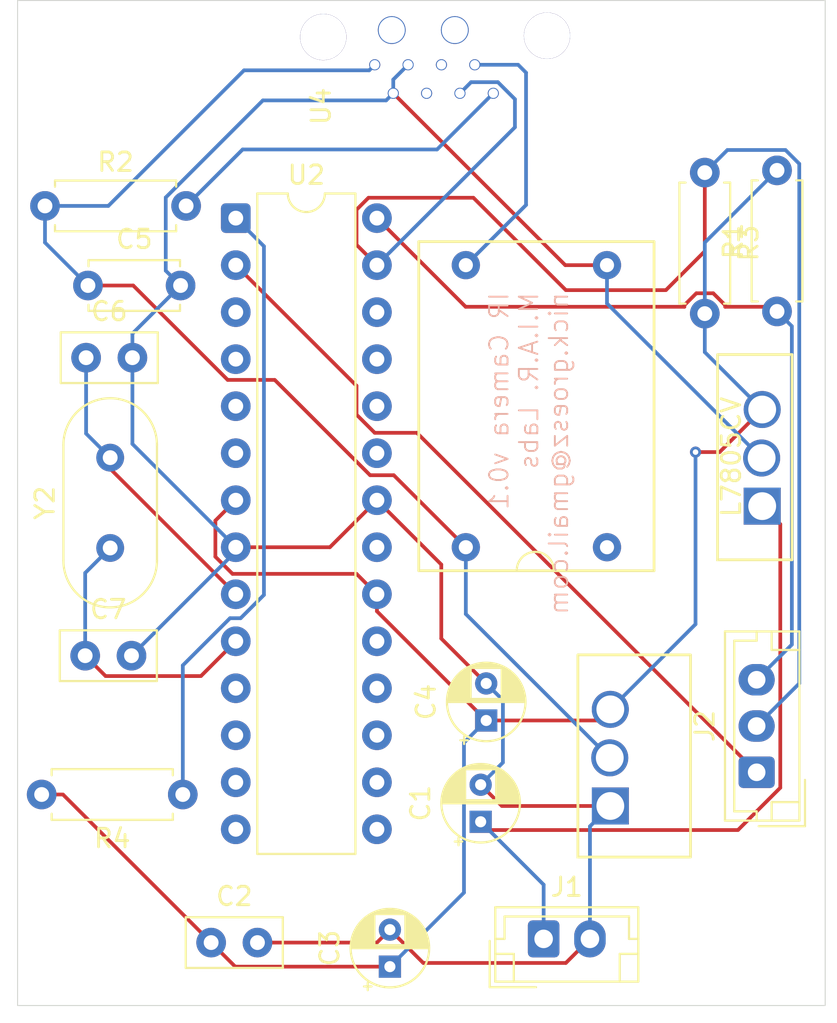
<source format=kicad_pcb>
(kicad_pcb (version 20241229) (generator "pcbnew") (generator_version "9.0")
  (layers (0 "F.Cu" signal) (2 "B.Cu" signal) (13 "F.Paste" user) (15 "B.Paste" user) (5 "F.SilkS" user "F.Silkscreen") (7 "B.SilkS" user "B.Silkscreen") (1 "F.Mask" user) (3 "B.Mask" user) (25 "Edge.Cuts" user))
  (net 0 "")
  (net 1 "9V")
  (net 2 "GND")
  (net 3 "4.5V")
  (net 4 "3.3V")
  (net 5 "Net-(U2-(PCINT6{slash}XTAL1{slash}TOSC1)PB6)")
  (net 6 "Net-(U2-(PCINT7{slash}XTAL2{slash}TOSC2)PB7)")
  (net 7 "SDA")
  (net 8 "SCL")
  (net 9 "Net-(U4-RESET)")
  (net 10 "Net-(U2-(PCINT14{slash}~{RESET})PC6)")
  (net 22 "Net-(J2-Pin_1)")
  (net 31 "SLC")
  (net 32 "Net-(U4-CLK)")
  (footprint "custom:pixart_ir" (layer "F.Cu") (at 155.582 69.3148 90)
    (property "Reference" "U4" (at 0 0.5 90) (layer "F.SilkS"))
    (property "Value" "pixart_ir")
    (pad "1" thru_hole circle (at 2.24 3.4 90) (size 0.6 0.6) (drill 0.5) (layers "*.Cu" "*.Mask") (net 4 "3.3V"))
    (pad "2" thru_hole circle (at 0.7 4.4 90) (size 0.6 0.6) (drill 0.5) (layers "*.Cu" "*.Mask") (net 2 "GND"))
    (pad "3" thru_hole circle (at 2.24 5.2 90) (size 0.6 0.6) (drill 0.5) (layers "*.Cu" "*.Mask") (net 2 "GND"))
    (pad "4" thru_hole circle (at 0.7 6.2 90) (size 0.6 0.6) (drill 0.5) (layers "*.Cu" "*.Mask"))
    (pad "5" thru_hole circle (at 2.24 7 90) (size 0.6 0.6) (drill 0.5) (layers "*.Cu" "*.Mask") (net 31 "SLC"))
    (pad "6" thru_hole circle (at 0.7 8 90) (size 0.6 0.6) (drill 0.5) (layers "*.Cu" "*.Mask") (net 7 "SDA"))
    (pad "7" thru_hole circle (at 2.24 8.8 90) (size 0.6 0.6) (drill 0.5) (layers "*.Cu" "*.Mask") (net 32 "Net-(U4-CLK)"))
    (pad "8" thru_hole circle (at 0.7 9.8 90) (size 0.6 0.6) (drill 0.5) (layers "*.Cu" "*.Mask") (net 9 "Net-(U4-RESET)"))
    (pad "9" thru_hole circle (at 3.74 0.62 90) (size 2.5 2.5) (drill 2.49) (layers "*.Cu" "*.Mask"))
    (pad "9" thru_hole circle (at 3.81 12.7 90) (size 2.5 2.5) (drill 2.49) (layers "*.Cu" "*.Mask"))
    (pad "9" thru_hole circle (at 4.1148 4.318 90) (size 1.5 1.5) (drill 1.4) (layers "*.Mask" "B.Cu"))
    (pad "9" thru_hole circle (at 4.1148 7.7216 90) (size 1.5 1.5) (drill 1.4) (layers "*.Mask" "B.Cu"))
  )
  (footprint "custom:LD1117" (layer "F.Cu") (at 170.78 108.13 90)
    (property "Reference" "U3" (hide yes))
    (property "Value" "LD1117")
    (pad "1" thru_hole rect (at 1.01 0.92 90) (size 2 2) (drill 1.5) (layers "*.Cu" "*.Mask") (net 2 "GND"))
    (pad "2" thru_hole circle (at 3.61 0.89 90) (size 2 2) (drill 1.5) (layers "*.Cu" "*.Mask") (net 4 "3.3V"))
    (pad "3" thru_hole circle (at 6.23 0.92 90) (size 2 2) (drill 1.5) (layers "*.Cu" "*.Mask") (net 3 "4.5V"))
  )
  (footprint "Package_DIP:DIP-28_W7.62mm" (layer "F.Cu") (at 151.48 75.36)
    (property "Reference" "U2" (at 3.81 -2.33 0) (layer "F.SilkS"))
    (property "Value" "ATMEGA328P-PU")
    (pad "1" thru_hole roundrect (at 0 0) (size 1.6 1.6) (drill 0.8) (layers "*.Cu" "*.Mask") (roundrect_rratio 0.15625) (net 10 "Net-(U2-(PCINT14{slash}~{RESET})PC6)"))
    (pad "2" thru_hole circle (at 0 2.54) (size 1.6 1.6) (drill 0.8) (layers "*.Cu" "*.Mask") (net 22 "Net-(J2-Pin_1)"))
    (pad "3" thru_hole circle (at 0 5.08) (size 1.6 1.6) (drill 0.8) (layers "*.Cu" "*.Mask"))
    (pad "4" thru_hole circle (at 0 7.62) (size 1.6 1.6) (drill 0.8) (layers "*.Cu" "*.Mask"))
    (pad "5" thru_hole circle (at 0 10.16) (size 1.6 1.6) (drill 0.8) (layers "*.Cu" "*.Mask"))
    (pad "6" thru_hole circle (at 0 12.7) (size 1.6 1.6) (drill 0.8) (layers "*.Cu" "*.Mask"))
    (pad "7" thru_hole circle (at 0 15.24) (size 1.6 1.6) (drill 0.8) (layers "*.Cu" "*.Mask") (net 3 "4.5V"))
    (pad "8" thru_hole circle (at 0 17.78) (size 1.6 1.6) (drill 0.8) (layers "*.Cu" "*.Mask") (net 2 "GND"))
    (pad "9" thru_hole circle (at 0 20.32) (size 1.6 1.6) (drill 0.8) (layers "*.Cu" "*.Mask") (net 5 "Net-(U2-(PCINT6{slash}XTAL1{slash}TOSC1)PB6)"))
    (pad "10" thru_hole circle (at 0 22.86) (size 1.6 1.6) (drill 0.8) (layers "*.Cu" "*.Mask") (net 6 "Net-(U2-(PCINT7{slash}XTAL2{slash}TOSC2)PB7)"))
    (pad "11" thru_hole circle (at 0 25.4) (size 1.6 1.6) (drill 0.8) (layers "*.Cu" "*.Mask"))
    (pad "12" thru_hole circle (at 0 27.94) (size 1.6 1.6) (drill 0.8) (layers "*.Cu" "*.Mask"))
    (pad "13" thru_hole circle (at 0 30.48) (size 1.6 1.6) (drill 0.8) (layers "*.Cu" "*.Mask"))
    (pad "14" thru_hole circle (at 0 33.02) (size 1.6 1.6) (drill 0.8) (layers "*.Cu" "*.Mask"))
    (pad "15" thru_hole circle (at 7.62 33.02) (size 1.6 1.6) (drill 0.8) (layers "*.Cu" "*.Mask"))
    (pad "16" thru_hole circle (at 7.62 30.48) (size 1.6 1.6) (drill 0.8) (layers "*.Cu" "*.Mask"))
    (pad "17" thru_hole circle (at 7.62 27.94) (size 1.6 1.6) (drill 0.8) (layers "*.Cu" "*.Mask"))
    (pad "18" thru_hole circle (at 7.62 25.4) (size 1.6 1.6) (drill 0.8) (layers "*.Cu" "*.Mask"))
    (pad "19" thru_hole circle (at 7.62 22.86) (size 1.6 1.6) (drill 0.8) (layers "*.Cu" "*.Mask"))
    (pad "20" thru_hole circle (at 7.62 20.32) (size 1.6 1.6) (drill 0.8) (layers "*.Cu" "*.Mask") (net 3 "4.5V"))
    (pad "21" thru_hole circle (at 7.62 17.78) (size 1.6 1.6) (drill 0.8) (layers "*.Cu" "*.Mask"))
    (pad "22" thru_hole circle (at 7.62 15.24) (size 1.6 1.6) (drill 0.8) (layers "*.Cu" "*.Mask") (net 2 "GND"))
    (pad "23" thru_hole circle (at 7.62 12.7) (size 1.6 1.6) (drill 0.8) (layers "*.Cu" "*.Mask"))
    (pad "24" thru_hole circle (at 7.62 10.16) (size 1.6 1.6) (drill 0.8) (layers "*.Cu" "*.Mask"))
    (pad "25" thru_hole circle (at 7.62 7.62) (size 1.6 1.6) (drill 0.8) (layers "*.Cu" "*.Mask"))
    (pad "26" thru_hole circle (at 7.62 5.08) (size 1.6 1.6) (drill 0.8) (layers "*.Cu" "*.Mask"))
    (pad "27" thru_hole circle (at 7.62 2.54) (size 1.6 1.6) (drill 0.8) (layers "*.Cu" "*.Mask") (net 7 "SDA"))
    (pad "28" thru_hole circle (at 7.62 0) (size 1.6 1.6) (drill 0.8) (layers "*.Cu" "*.Mask") (net 8 "SCL"))
  )
  (footprint "MountingHole:MountingHole_3mm" (layer "F.Cu") (at 178.8 67)
    (property "Reference" "H2" (hide yes))
    (property "Value" "MountingHole")
    (pad "" np_thru_hole circle (at 0 0) (size 3 3) (drill 3) (layers "*.Cu" "*.Mask"))
  )
  (footprint "Capacitor_THT:CP_Radial_D4.0mm_P2.00mm" (layer "F.Cu") (at 164.7 107.9726 90)
    (property "Reference" "C1" (at 1 -3.25 90) (layer "F.SilkS"))
    (property "Value" "10uF")
    (pad "1" thru_hole rect (at 0 0 90) (size 1.2 1.2) (drill 0.6) (layers "*.Cu" "*.Mask") (net 1 "9V"))
    (pad "2" thru_hole circle (at 2 0 90) (size 1.2 1.2) (drill 0.6) (layers "*.Cu" "*.Mask") (net 2 "GND"))
  )
  (footprint "Capacitor_THT:CP_Radial_D4.0mm_P2.00mm" (layer "F.Cu") (at 159.8 115.8 90)
    (property "Reference" "C3" (at 1 -3.25 90) (layer "F.SilkS"))
    (property "Value" "10uF")
    (pad "1" thru_hole rect (at 0 0 90) (size 1.2 1.2) (drill 0.6) (layers "*.Cu" "*.Mask") (net 3 "4.5V"))
    (pad "2" thru_hole circle (at 2 0 90) (size 1.2 1.2) (drill 0.6) (layers "*.Cu" "*.Mask") (net 2 "GND"))
  )
  (footprint "MountingHole:MountingHole_3mm" (layer "F.Cu") (at 144 114)
    (property "Reference" "H4" (hide yes))
    (property "Value" "MountingHole")
    (pad "" np_thru_hole circle (at 0 0) (size 3 3) (drill 3) (layers "*.Cu" "*.Mask"))
  )
  (footprint "Capacitor_THT:C_Disc_D5.0mm_W2.5mm_P2.50mm" (layer "F.Cu") (at 143.4 82.9)
    (property "Reference" "C6" (at 1.25 -2.5 0) (layer "F.SilkS"))
    (property "Value" "22pF")
    (pad "1" thru_hole circle (at 0 0) (size 1.6 1.6) (drill 0.8) (layers "*.Cu" "*.Mask") (net 5 "Net-(U2-(PCINT6{slash}XTAL1{slash}TOSC1)PB6)"))
    (pad "2" thru_hole circle (at 2.5 0) (size 1.6 1.6) (drill 0.8) (layers "*.Cu" "*.Mask") (net 2 "GND"))
  )
  (footprint "Capacitor_THT:C_Disc_D5.0mm_W2.5mm_P2.50mm" (layer "F.Cu") (at 143.35 99)
    (property "Reference" "C7" (at 1.25 -2.5 0) (layer "F.SilkS"))
    (property "Value" "22pF")
    (pad "1" thru_hole circle (at 0 0) (size 1.6 1.6) (drill 0.8) (layers "*.Cu" "*.Mask") (net 6 "Net-(U2-(PCINT7{slash}XTAL2{slash}TOSC2)PB7)"))
    (pad "2" thru_hole circle (at 2.5 0) (size 1.6 1.6) (drill 0.8) (layers "*.Cu" "*.Mask") (net 2 "GND"))
  )
  (footprint "Capacitor_THT:C_Disc_D5.0mm_W2.5mm_P2.50mm" (layer "F.Cu") (at 150.15 114.5)
    (property "Reference" "C2" (at 1.25 -2.5 0) (layer "F.SilkS"))
    (property "Value" "100nF")
    (pad "1" thru_hole circle (at 0 0) (size 1.6 1.6) (drill 0.8) (layers "*.Cu" "*.Mask") (net 3 "4.5V"))
    (pad "2" thru_hole circle (at 2.5 0) (size 1.6 1.6) (drill 0.8) (layers "*.Cu" "*.Mask") (net 2 "GND"))
  )
  (footprint "Connector_JST:JST_EH_B2B-EH-A_1x02_P2.50mm_Vertical" (layer "F.Cu") (at 168.1 114.3)
    (property "Reference" "J1" (at 1.25 -2.8 0) (layer "F.SilkS"))
    (property "Value" "PowerIn")
    (pad "1" thru_hole roundrect (at 0 0) (size 1.7 2) (drill 1) (layers "*.Cu" "*.Mask") (roundrect_rratio 0.147059) (net 1 "9V"))
    (pad "2" thru_hole oval (at 2.5 0) (size 1.7 2) (drill 1) (layers "*.Cu" "*.Mask") (net 2 "GND"))
  )
  (footprint "MountingHole:MountingHole_3mm" (layer "F.Cu") (at 178.6 114)
    (property "Reference" "H3" (hide yes))
    (property "Value" "MountingHole")
    (pad "" np_thru_hole circle (at 0 0) (size 3 3) (drill 3) (layers "*.Cu" "*.Mask"))
  )
  (footprint "custom:L7805CV" (layer "F.Cu") (at 178.98 91.93 90)
    (property "Reference" "U1" (hide yes))
    (property "Value" "L7805")
    (fp_text user "L7805CV" (at 3.67 -0.75 90) (layer "F.SilkS"))
    (pad "1" thru_hole rect (at 1.01 0.92 90) (size 2 2) (drill 1.5) (layers "*.Cu" "*.Mask") (net 1 "9V"))
    (pad "2" thru_hole circle (at 3.61 0.89 90) (size 2 2) (drill 1.5) (layers "*.Cu" "*.Mask") (net 2 "GND"))
    (pad "3" thru_hole circle (at 6.23 0.92 90) (size 2 2) (drill 1.5) (layers "*.Cu" "*.Mask") (net 3 "4.5V"))
  )
  (footprint "Resistor_THT:R_Axial_DIN0207_L6.3mm_D2.5mm_P7.62mm_Horizontal" (layer "F.Cu") (at 180.7 80.4 90)
    (property "Reference" "R1" (at 3.81 -2.37 90) (layer "F.SilkS"))
    (property "Value" "10k")
    (pad "1" thru_hole circle (at 0 0 90) (size 1.6 1.6) (drill 0.8) (layers "*.Cu" "*.Mask") (net 8 "SCL"))
    (pad "2" thru_hole oval (at 7.62 0 90) (size 1.6 1.6) (drill 0.8) (layers "*.Cu" "*.Mask") (net 3 "4.5V"))
  )
  (footprint "MountingHole:MountingHole_3mm" (layer "F.Cu") (at 143.9 67)
    (property "Reference" "H1" (hide yes))
    (property "Value" "MountingHole")
    (pad "" np_thru_hole circle (at 0 0) (size 3 3) (drill 3) (layers "*.Cu" "*.Mask"))
  )
  (footprint "custom:ECS-100AX" (layer "F.Cu") (at 163.9 93.14 90)
    (property "Reference" "Y1" (hide yes))
    (property "Value" "Crystal_4pin")
    (pad "1" thru_hole circle (at 0 7.62 90) (size 1.524 1.524) (drill 0.762) (layers "*.Cu" "*.Mask"))
    (pad "7" thru_hole circle (at 15.24 7.62 90) (size 1.524 1.524) (drill 0.762) (layers "*.Cu" "*.Mask") (net 2 "GND"))
    (pad "8" thru_hole circle (at 15.24 0 90) (size 1.524 1.524) (drill 0.762) (layers "*.Cu" "*.Mask") (net 32 "Net-(U4-CLK)"))
    (pad "14" thru_hole circle (at 0 0 90) (size 1.524 1.524) (drill 0.762) (layers "*.Cu" "*.Mask") (net 4 "3.3V"))
  )
  (footprint "Crystal:Crystal_HC49-U_Vertical" (layer "F.Cu") (at 144.7 93.18 90)
    (property "Reference" "Y2" (at 2.44 -3.525 90) (layer "F.SilkS"))
    (property "Value" "Crystal")
    (pad "1" thru_hole circle (at 0 0 90) (size 1.5 1.5) (drill 0.8) (layers "*.Cu" "*.Mask") (net 6 "Net-(U2-(PCINT7{slash}XTAL2{slash}TOSC2)PB7)"))
    (pad "2" thru_hole circle (at 4.88 0 90) (size 1.5 1.5) (drill 0.8) (layers "*.Cu" "*.Mask") (net 5 "Net-(U2-(PCINT6{slash}XTAL1{slash}TOSC1)PB6)"))
  )
  (footprint "Resistor_THT:R_Axial_DIN0207_L6.3mm_D2.5mm_P7.62mm_Horizontal" (layer "F.Cu") (at 141.18 74.7)
    (property "Reference" "R2" (at 3.81 -2.37 0) (layer "F.SilkS"))
    (property "Value" "R")
    (pad "1" thru_hole circle (at 0 0) (size 1.6 1.6) (drill 0.8) (layers "*.Cu" "*.Mask") (net 4 "3.3V"))
    (pad "2" thru_hole oval (at 7.62 0) (size 1.6 1.6) (drill 0.8) (layers "*.Cu" "*.Mask") (net 9 "Net-(U4-RESET)"))
  )
  (footprint "Resistor_THT:R_Axial_DIN0207_L6.3mm_D2.5mm_P7.62mm_Horizontal" (layer "F.Cu") (at 176.8 72.9 -90)
    (property "Reference" "R3" (at 3.81 -2.37 90) (layer "F.SilkS"))
    (property "Value" "10k")
    (pad "1" thru_hole circle (at 0 0 270) (size 1.6 1.6) (drill 0.8) (layers "*.Cu" "*.Mask") (net 7 "SDA"))
    (pad "2" thru_hole oval (at 7.62 0 270) (size 1.6 1.6) (drill 0.8) (layers "*.Cu" "*.Mask") (net 3 "4.5V"))
  )
  (footprint "Resistor_THT:R_Axial_DIN0207_L6.3mm_D2.5mm_P7.62mm_Horizontal" (layer "F.Cu") (at 148.62 106.5 180)
    (property "Reference" "R4" (at 3.81 -2.37 0) (layer "F.SilkS"))
    (property "Value" "10k")
    (pad "1" thru_hole circle (at 0 0 180) (size 1.6 1.6) (drill 0.8) (layers "*.Cu" "*.Mask") (net 10 "Net-(U2-(PCINT14{slash}~{RESET})PC6)"))
    (pad "2" thru_hole oval (at 7.62 0 180) (size 1.6 1.6) (drill 0.8) (layers "*.Cu" "*.Mask") (net 3 "4.5V"))
  )
  (footprint "Capacitor_THT:C_Disc_D4.7mm_W2.5mm_P5.00mm" (layer "F.Cu") (at 143.5 79)
    (property "Reference" "C5" (at 2.5 -2.5 0) (layer "F.SilkS"))
    (property "Value" "C_Polarized_Small")
    (pad "1" thru_hole circle (at 0 0) (size 1.6 1.6) (drill 0.8) (layers "*.Cu" "*.Mask") (net 4 "3.3V"))
    (pad "2" thru_hole circle (at 5 0) (size 1.6 1.6) (drill 0.8) (layers "*.Cu" "*.Mask") (net 2 "GND"))
  )
  (footprint "Capacitor_THT:CP_Radial_D4.0mm_P2.00mm" (layer "F.Cu") (at 165 102.5 90)
    (property "Reference" "C4" (at 1 -3.25 90) (layer "F.SilkS"))
    (property "Value" "C_Small")
    (pad "1" thru_hole rect (at 0 0 90) (size 1.2 1.2) (drill 0.6) (layers "*.Cu" "*.Mask") (net 3 "4.5V"))
    (pad "2" thru_hole circle (at 2 0 90) (size 1.2 1.2) (drill 0.6) (layers "*.Cu" "*.Mask") (net 2 "GND"))
  )
  (footprint "Connector_JST:JST_EH_B3B-EH-A_1x03_P2.50mm_Vertical" (layer "F.Cu") (at 179.6 105.3 90)
    (property "Reference" "J2" (at 2.5 -2.8 90) (layer "F.SilkS"))
    (property "Value" "Screen")
    (pad "1" thru_hole roundrect (at 0 0 90) (size 1.7 1.95) (drill 0.95) (layers "*.Cu" "*.Mask") (roundrect_rratio 0.147059) (net 22 "Net-(J2-Pin_1)"))
    (pad "2" thru_hole oval (at 2.5 0 90) (size 1.7 1.95) (drill 0.95) (layers "*.Cu" "*.Mask") (net 7 "SDA"))
    (pad "3" thru_hole oval (at 5 0 90) (size 1.7 1.95) (drill 0.95) (layers "*.Cu" "*.Mask") (net 8 "SCL"))
  )
  (gr_rect (start 139.7 63.6) (end 183.3 117.9) (stroke (width 0.05)) (fill no) (layer "Edge.Cuts"))
  (gr_text "IR Camera v0.1\nM.I.A.R. Labs\nnick.groesz@gmail.com" (at 169.5 79.3 90) (layer "B.SilkS") (effects (font (size 1 1) (thickness 0.1)) (justify left bottom mirror)))
  (segment (start 164.7 107.9726) (end 165.1484 108.421) (width 0.2) (layer "F.Cu") (net 1))
  (segment (start 180.876 106.13516) (end 180.876 91.896) (width 0.2) (layer "F.Cu") (net 1))
  (segment (start 165.1484 108.421) (end 178.59016 108.421) (width 0.2) (layer "F.Cu") (net 1))
  (segment (start 180.876 91.896) (end 179.9 90.92) (width 0.2) (layer "F.Cu") (net 1))
  (segment (start 178.59016 108.421) (end 180.876 106.13516) (width 0.2) (layer "F.Cu") (net 1))
  (segment (start 168.1 114.3) (end 168.1 111.3726) (width 0.2) (layer "B.Cu") (net 1))
  (segment (start 168.1 111.3726) (end 164.7 107.9726) (width 0.2) (layer "B.Cu") (net 1))
  (segment (start 156.56 93.14) (end 159.1 90.6) (width 0.2) (layer "F.Cu") (net 2))
  (segment (start 145.85 98.77) (end 145.85 99) (width 0.2) (layer "F.Cu") (net 2))
  (segment (start 159.1 114.5) (end 159.8 113.8) (width 0.2) (layer "F.Cu") (net 2))
  (segment (start 171.7 107.12) (end 165.8474 107.12) (width 0.2) (layer "F.Cu") (net 2))
  (segment (start 169.2672 77.9) (end 171.52 77.9) (width 0.2) (layer "F.Cu") (net 2))
  (segment (start 165.8474 107.12) (end 164.7 105.9726) (width 0.2) (layer "F.Cu") (net 2))
  (segment (start 159.982 68.6148) (end 169.2672 77.9) (width 0.2) (layer "F.Cu") (net 2))
  (segment (start 162.575 98.075) (end 162.575 94.075) (width 0.2) (layer "F.Cu") (net 2))
  (segment (start 152.65 114.5) (end 159.1 114.5) (width 0.2) (layer "F.Cu") (net 2))
  (segment (start 165 100.5) (end 162.575 98.075) (width 0.2) (layer "F.Cu") (net 2))
  (segment (start 151.48 93.14) (end 156.56 93.14) (width 0.2) (layer "F.Cu") (net 2))
  (segment (start 159.8 113.8) (end 161.601 115.601) (width 0.2) (layer "F.Cu") (net 2))
  (segment (start 161.601 115.601) (end 169.299 115.601) (width 0.2) (layer "F.Cu") (net 2))
  (segment (start 169.299 115.601) (end 170.6 114.3) (width 0.2) (layer "F.Cu") (net 2))
  (segment (start 162.575 94.075) (end 159.1 90.6) (width 0.2) (layer "F.Cu") (net 2))
  (segment (start 148.5 79) (end 147.699 78.199) (width 0.2) (layer "B.Cu") (net 2))
  (segment (start 145.9 82.9) (end 145.9 81.6) (width 0.2) (layer "B.Cu") (net 2))
  (segment (start 151.48 93.37) (end 151.48 93.14) (width 0.2) (layer "B.Cu") (net 2))
  (segment (start 165 100.5) (end 165.901 101.401) (width 0.2) (layer "B.Cu") (net 2))
  (segment (start 147.699 78.199) (end 147.699 74.24395) (width 0.2) (layer "B.Cu") (net 2))
  (segment (start 170.6 108.22) (end 171.7 107.12) (width 0.2) (layer "B.Cu") (net 2))
  (segment (start 147.699 74.24395) (end 152.94295 69) (width 0.2) (layer "B.Cu") (net 2))
  (segment (start 170.6 114.3) (end 170.6 108.22) (width 0.2) (layer "B.Cu") (net 2))
  (segment (start 171.52 79.97) (end 179.87 88.32) (width 0.2) (layer "B.Cu") (net 2))
  (segment (start 171.52 77.9) (end 171.52 79.97) (width 0.2) (layer "B.Cu") (net 2))
  (segment (start 145.9 81.6) (end 148.5 79) (width 0.2) (layer "B.Cu") (net 2))
  (segment (start 159.982 67.8748) (end 160.782 67.0748) (width 0.2) (layer "B.Cu") (net 2))
  (segment (start 159.5968 69) (end 159.982 68.6148) (width 0.2) (layer "B.Cu") (net 2))
  (segment (start 145.85 99) (end 151.48 93.37) (width 0.2) (layer "B.Cu") (net 2))
  (segment (start 152.94295 69) (end 159.5968 69) (width 0.2) (layer "B.Cu") (net 2))
  (segment (start 145.9 87.56) (end 145.9 82.9) (width 0.2) (layer "B.Cu") (net 2))
  (segment (start 165.901 101.401) (end 165.901 104.7716) (width 0.2) (layer "B.Cu") (net 2))
  (segment (start 165.901 104.7716) (end 164.7 105.9726) (width 0.2) (layer "B.Cu") (net 2))
  (segment (start 159.982 68.6148) (end 159.982 67.8748) (width 0.2) (layer "B.Cu") (net 2))
  (segment (start 151.48 93.14) (end 145.9 87.56) (width 0.2) (layer "B.Cu") (net 2))
  (segment (start 165 102.5) (end 171.25 102.5) (width 0.2) (layer "F.Cu") (net 3))
  (segment (start 150.379 93.654) (end 151.304 94.579) (width 0.2) (layer "F.Cu") (net 3))
  (segment (start 141 106.5) (end 142.15 106.5) (width 0.2) (layer "F.Cu") (net 3))
  (segment (start 177.6 88) (end 179.9 85.7) (width 0.2) (layer "F.Cu") (net 3))
  (segment (start 159.1 96.6) (end 165 102.5) (width 0.2) (layer "F.Cu") (net 3))
  (segment (start 159.1 95.68) (end 159.1 96.6) (width 0.2) (layer "F.Cu") (net 3))
  (segment (start 171.25 102.5) (end 171.85 101.9) (width 0.2) (layer "F.Cu") (net 3))
  (segment (start 150.15 114.5) (end 151.45 115.8) (width 0.2) (layer "F.Cu") (net 3))
  (segment (start 157.999 94.579) (end 159.1 95.68) (width 0.2) (layer "F.Cu") (net 3))
  (segment (start 151.45 115.8) (end 159.8 115.8) (width 0.2) (layer "F.Cu") (net 3))
  (segment (start 142.15 106.5) (end 150.15 114.5) (width 0.2) (layer "F.Cu") (net 3))
  (segment (start 151.304 94.579) (end 157.999 94.579) (width 0.2) (layer "F.Cu") (net 3))
  (segment (start 150.379 91.701) (end 150.379 93.654) (width 0.2) (layer "F.Cu") (net 3))
  (segment (start 176.3 88) (end 177.6 88) (width 0.2) (layer "F.Cu") (net 3))
  (segment (start 171.85 101.9) (end 171.7 101.9) (width 0.2) (layer "F.Cu") (net 3))
  (segment (start 151.48 90.6) (end 150.379 91.701) (width 0.2) (layer "F.Cu") (net 3))
  (via (at 176.3 88) (size 0.6) (drill 0.3) (layers "F.Cu" "B.Cu") (net 3))
  (segment (start 176.3 97.3) (end 176.3 88) (width 0.2) (layer "B.Cu") (net 3))
  (segment (start 163.799 103.701) (end 165 102.5) (width 0.2) (layer "B.Cu") (net 3))
  (segment (start 176.8 80.52) (end 176.8 76.68) (width 0.2) (layer "B.Cu") (net 3))
  (segment (start 163.799 111.801) (end 163.799 103.701) (width 0.2) (layer "B.Cu") (net 3))
  (segment (start 171.7 101.9) (end 176.3 97.3) (width 0.2) (layer "B.Cu") (net 3))
  (segment (start 176.8 82.6) (end 179.9 85.7) (width 0.2) (layer "B.Cu") (net 3))
  (segment (start 159.8 115.8) (end 163.799 111.801) (width 0.2) (layer "B.Cu") (net 3))
  (segment (start 176.8 80.52) (end 176.8 82.6) (width 0.2) (layer "B.Cu") (net 3))
  (segment (start 176.8 76.68) (end 180.7 72.78) (width 0.2) (layer "B.Cu") (net 3))
  (segment (start 153.58295 84.1) (end 158.73295 89.25) (width 0.2) (layer "F.Cu") (net 4))
  (segment (start 145.94295 79) (end 151.04295 84.1) (width 0.2) (layer "F.Cu") (net 4))
  (segment (start 160.01 89.25) (end 163.9 93.14) (width 0.2) (layer "F.Cu") (net 4))
  (segment (start 158.73295 89.25) (end 160.01 89.25) (width 0.2) (layer "F.Cu") (net 4))
  (segment (start 151.04295 84.1) (end 153.58295 84.1) (width 0.2) (layer "F.Cu") (net 4))
  (segment (start 143.5 79) (end 145.94295 79) (width 0.2) (layer "F.Cu") (net 4))
  (segment (start 163.9 96.75) (end 171.67 104.52) (width 0.2) (layer "B.Cu") (net 4))
  (segment (start 144.6 74.7) (end 141.18 74.7) (width 0.2) (layer "B.Cu") (net 4))
  (segment (start 151.9252 67.3748) (end 144.6 74.7) (width 0.2) (layer "B.Cu") (net 4))
  (segment (start 158.982 67.0748) (end 158.682 67.3748) (width 0.2) (layer "B.Cu") (net 4))
  (segment (start 158.682 67.3748) (end 151.9252 67.3748) (width 0.2) (layer "B.Cu") (net 4))
  (segment (start 141.18 74.7) (end 141.18 76.68) (width 0.2) (layer "B.Cu") (net 4))
  (segment (start 141.18 76.68) (end 143.5 79) (width 0.2) (layer "B.Cu") (net 4))
  (segment (start 163.9 93.14) (end 163.9 96.75) (width 0.2) (layer "B.Cu") (net 4))
  (segment (start 151.48 95.68) (end 144.7 88.9) (width 0.2) (layer "F.Cu") (net 5))
  (segment (start 144.7 88.9) (end 144.7 88.3) (width 0.2) (layer "F.Cu") (net 5))
  (segment (start 143.4 87) (end 144.7 88.3) (width 0.2) (layer "B.Cu") (net 5))
  (segment (start 143.4 82.9) (end 143.4 87) (width 0.2) (layer "B.Cu") (net 5))
  (segment (start 149.599 100.101) (end 151.48 98.22) (width 0.2) (layer "F.Cu") (net 6))
  (segment (start 144.451 100.101) (end 149.599 100.101) (width 0.2) (layer "F.Cu") (net 6))
  (segment (start 143.35 99) (end 144.451 100.101) (width 0.2) (layer "F.Cu") (net 6))
  (segment (start 143.35 94.53) (end 144.7 93.18) (width 0.2) (layer "B.Cu") (net 6))
  (segment (start 143.35 99) (end 143.35 94.53) (width 0.2) (layer "B.Cu") (net 6))
  (segment (start 169.3 79.25) (end 174.7 79.25) (width 0.2) (layer "F.Cu") (net 7))
  (segment (start 157.999 76.799) (end 157.999 74.90395) (width 0.2) (layer "F.Cu") (net 7))
  (segment (start 174.7 79.25) (end 176.8 77.15) (width 0.2) (layer "F.Cu") (net 7))
  (segment (start 157.999 74.90395) (end 158.64395 74.259) (width 0.2) (layer "F.Cu") (net 7))
  (segment (start 164.309 74.259) (end 169.3 79.25) (width 0.2) (layer "F.Cu") (net 7))
  (segment (start 158.64395 74.259) (end 164.309 74.259) (width 0.2) (layer "F.Cu") (net 7))
  (segment (start 159.1 77.9) (end 157.999 76.799) (width 0.2) (layer "F.Cu") (net 7))
  (segment (start 176.8 77.15) (end 176.8 72.9) (width 0.2) (layer "F.Cu") (net 7))
  (segment (start 164.183 68.0138) (end 163.582 68.6148) (width 0.2) (layer "B.Cu") (net 7))
  (segment (start 181.900999 72.423949) (end 181.900999 100.499001) (width 0.2) (layer "B.Cu") (net 7))
  (segment (start 178.021 71.679) (end 181.15605 71.679) (width 0.2) (layer "B.Cu") (net 7))
  (segment (start 159.1 77.9) (end 166.55 70.45) (width 0.2) (layer "B.Cu") (net 7))
  (segment (start 166.55 70.45) (end 166.55 68.932858) (width 0.2) (layer "B.Cu") (net 7))
  (segment (start 176.8 72.9) (end 178.021 71.679) (width 0.2) (layer "B.Cu") (net 7))
  (segment (start 165.630942 68.0138) (end 164.183 68.0138) (width 0.2) (layer "B.Cu") (net 7))
  (segment (start 181.900999 100.499001) (end 179.6 102.8) (width 0.2) (layer "B.Cu") (net 7))
  (segment (start 166.55 68.932858) (end 165.630942 68.0138) (width 0.2) (layer "B.Cu") (net 7))
  (segment (start 181.15605 71.679) (end 181.900999 72.423949) (width 0.2) (layer "B.Cu") (net 7))
  (segment (start 177.901 80.06395) (end 177.901 80.15) (width 0.2) (layer "F.Cu") (net 8))
  (segment (start 180.45 80.15) (end 180.7 80.4) (width 0.2) (layer "F.Cu") (net 8))
  (segment (start 176.34395 79.419) (end 177.25605 79.419) (width 0.2) (layer "F.Cu") (net 8))
  (segment (start 163.89 80.15) (end 175.699 80.15) (width 0.2) (layer "F.Cu") (net 8))
  (segment (start 177.25605 79.419) (end 177.901 80.06395) (width 0.2) (layer "F.Cu") (net 8))
  (segment (start 175.699 80.06395) (end 176.34395 79.419) (width 0.2) (layer "F.Cu") (net 8))
  (segment (start 175.699 80.15) (end 175.699 80.06395) (width 0.2) (layer "F.Cu") (net 8))
  (segment (start 177.901 80.15) (end 180.45 80.15) (width 0.2) (layer "F.Cu") (net 8))
  (segment (start 159.1 75.36) (end 163.89 80.15) (width 0.2) (layer "F.Cu") (net 8))
  (segment (start 181.499999 81.199999) (end 181.499999 98.400001) (width 0.2) (layer "B.Cu") (net 8))
  (segment (start 180.7 80.4) (end 181.499999 81.199999) (width 0.2) (layer "B.Cu") (net 8))
  (segment (start 181.499999 98.400001) (end 179.6 100.3) (width 0.2) (layer "B.Cu") (net 8))
  (segment (start 151.85 71.65) (end 148.8 74.7) (width 0.2) (layer "B.Cu") (net 9))
  (segment (start 165.382 68.6148) (end 162.3468 71.65) (width 0.2) (layer "B.Cu") (net 9))
  (segment (start 162.3468 71.65) (end 151.85 71.65) (width 0.2) (layer "B.Cu") (net 9))
  (segment (start 151.16795 96.975) (end 151.74205 96.975) (width 0.2) (layer "B.Cu") (net 10))
  (segment (start 151.74205 96.975) (end 153 95.71705) (width 0.2) (layer "B.Cu") (net 10))
  (segment (start 153 76.88) (end 151.48 75.36) (width 0.2) (layer "B.Cu") (net 10))
  (segment (start 153 95.71705) (end 153 76.88) (width 0.2) (layer "B.Cu") (net 10))
  (segment (start 148.62 106.5) (end 148.62 99.52295) (width 0.2) (layer "B.Cu") (net 10))
  (segment (start 148.62 99.52295) (end 151.16795 96.975) (width 0.2) (layer "B.Cu") (net 10))
  (segment (start 161.259 86.959) (end 179.6 105.3) (width 0.2) (layer "F.Cu") (net 22))
  (segment (start 151.48 77.9) (end 157.999 84.419) (width 0.2) (layer "F.Cu") (net 22))
  (segment (start 158.98195 86.959) (end 161.259 86.959) (width 0.2) (layer "F.Cu") (net 22))
  (segment (start 157.999 84.419) (end 157.999 85.97605) (width 0.2) (layer "F.Cu") (net 22))
  (segment (start 157.999 85.97605) (end 158.98195 86.959) (width 0.2) (layer "F.Cu") (net 22))
  (segment (start 167.15 74.65) (end 163.9 77.9) (width 0.2) (layer "B.Cu") (net 32))
  (segment (start 164.382 67.0748) (end 166.7248 67.0748) (width 0.2) (layer "B.Cu") (net 32))
  (segment (start 166.7248 67.0748) (end 167.15 67.5) (width 0.2) (layer "B.Cu") (net 32))
  (segment (start 167.15 67.5) (end 167.15 74.65) (width 0.2) (layer "B.Cu") (net 32))
)
</source>
